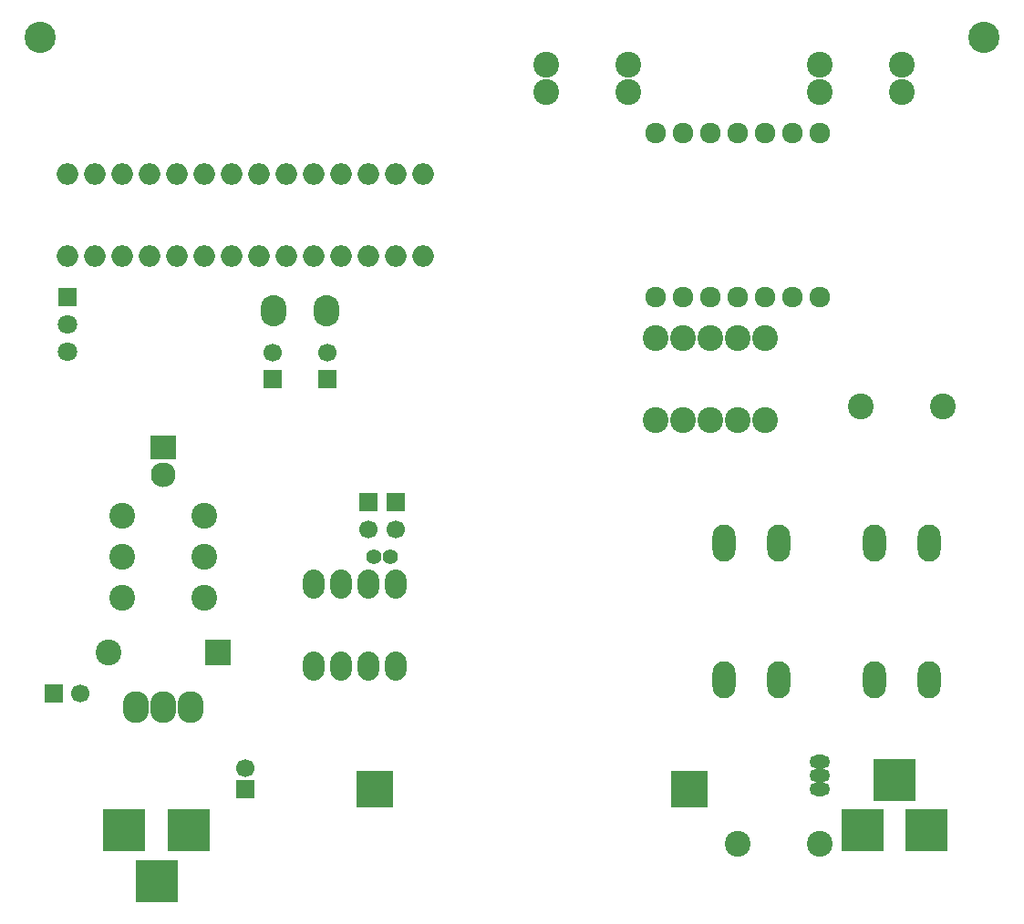
<source format=gbr>
G04 #@! TF.FileFunction,Soldermask,Top*
%FSLAX46Y46*%
G04 Gerber Fmt 4.6, Leading zero omitted, Abs format (unit mm)*
G04 Created by KiCad (PCBNEW 4.0.4-stable) date Thursday, November 10, 2016 'AMt' 08:57:46 AM*
%MOMM*%
%LPD*%
G01*
G04 APERTURE LIST*
%ADD10C,0.100000*%
%ADD11O,2.000000X2.700000*%
%ADD12R,3.400000X3.400000*%
%ADD13R,3.900120X3.900120*%
%ADD14R,1.700000X1.700000*%
%ADD15C,1.700000*%
%ADD16C,2.398980*%
%ADD17R,2.398980X2.398980*%
%ADD18R,2.400000X2.300000*%
%ADD19C,2.300000*%
%ADD20O,2.000000X2.000000*%
%ADD21C,2.400000*%
%ADD22R,1.797000X1.797000*%
%ADD23C,1.797000*%
%ADD24O,2.127200X3.448000*%
%ADD25C,1.924000*%
%ADD26C,1.400760*%
%ADD27O,2.398980X2.899360*%
%ADD28O,2.432000X2.940000*%
%ADD29O,1.901140X1.299160*%
%ADD30C,2.900000*%
G04 APERTURE END LIST*
D10*
D11*
X161290000Y-90170000D03*
X158750000Y-90170000D03*
X156210000Y-90170000D03*
X153670000Y-90170000D03*
X153670000Y-97790000D03*
X156210000Y-97790000D03*
X158750000Y-97790000D03*
X161290000Y-97790000D03*
D12*
X188595000Y-109220000D03*
X159385000Y-109220000D03*
D13*
X204619860Y-113030000D03*
X210619340Y-113030000D03*
X207619600Y-108331000D03*
X142090140Y-113030000D03*
X136090660Y-113030000D03*
X139090400Y-117729000D03*
D14*
X161290000Y-82550000D03*
D15*
X161290000Y-85050000D03*
D16*
X134620000Y-96522540D03*
D17*
X144780000Y-96522540D03*
D18*
X139700000Y-77470000D03*
D19*
X139700000Y-80010000D03*
D20*
X130810000Y-59690000D03*
X133350000Y-59690000D03*
X135890000Y-59690000D03*
X138430000Y-59690000D03*
X140970000Y-59690000D03*
X143510000Y-59690000D03*
X146050000Y-59690000D03*
X148590000Y-59690000D03*
X151130000Y-59690000D03*
X153670000Y-59690000D03*
X156210000Y-59690000D03*
X158750000Y-59690000D03*
X161290000Y-59690000D03*
X163830000Y-59690000D03*
X163830000Y-52070000D03*
X161290000Y-52070000D03*
X158750000Y-52070000D03*
X156210000Y-52070000D03*
X153670000Y-52070000D03*
X151130000Y-52070000D03*
X148590000Y-52070000D03*
X146050000Y-52070000D03*
X143510000Y-52070000D03*
X140970000Y-52070000D03*
X138430000Y-52070000D03*
X135890000Y-52070000D03*
X133350000Y-52070000D03*
X130810000Y-52070000D03*
D16*
X193040000Y-114300000D03*
X200660000Y-114300000D03*
X135890000Y-87630000D03*
X143510000Y-87630000D03*
X135890000Y-91440000D03*
X143510000Y-91440000D03*
X187960000Y-67310000D03*
X187960000Y-74930000D03*
X175260000Y-41910000D03*
X182880000Y-41910000D03*
X190500000Y-67310000D03*
X190500000Y-74930000D03*
X193040000Y-67310000D03*
X193040000Y-74930000D03*
X195580000Y-67310000D03*
X195580000Y-74930000D03*
X208280000Y-41910000D03*
X200660000Y-41910000D03*
X208280000Y-44450000D03*
X200660000Y-44450000D03*
D21*
X212079840Y-73660000D03*
X204480160Y-73660000D03*
D22*
X130810000Y-63500000D03*
D23*
X130810000Y-66040000D03*
X130810000Y-68580000D03*
D24*
X191770000Y-86360000D03*
X196850000Y-86360000D03*
X191770000Y-99060000D03*
X196850000Y-99060000D03*
X205740000Y-86360000D03*
X210820000Y-86360000D03*
X205740000Y-99060000D03*
X210820000Y-99060000D03*
D25*
X193040000Y-48260000D03*
X195580000Y-48260000D03*
X198120000Y-48260000D03*
X200660000Y-48260000D03*
X193040000Y-63500000D03*
X195580000Y-63500000D03*
X198120000Y-63500000D03*
X200660000Y-63500000D03*
X190500000Y-48260000D03*
X187960000Y-48260000D03*
X185420000Y-48260000D03*
X185420000Y-63500000D03*
X187960000Y-63500000D03*
X190500000Y-63500000D03*
D26*
X159270700Y-87630000D03*
X160769300Y-87630000D03*
D27*
X154840940Y-64770000D03*
X149959060Y-64770000D03*
D16*
X185420000Y-67310000D03*
X185420000Y-74930000D03*
X175260000Y-44450000D03*
X182880000Y-44450000D03*
X135890000Y-83820000D03*
X143510000Y-83820000D03*
D28*
X139700000Y-101600000D03*
X137160000Y-101600000D03*
X142240000Y-101600000D03*
D14*
X147320000Y-109220000D03*
D15*
X147320000Y-107220000D03*
D29*
X200660000Y-107950000D03*
X200660000Y-106680000D03*
X200660000Y-109220000D03*
D14*
X149860000Y-71120000D03*
D15*
X149860000Y-68620000D03*
D14*
X154940000Y-71120000D03*
D15*
X154940000Y-68620000D03*
X132040000Y-100330000D03*
D14*
X129540000Y-100330000D03*
X158750000Y-82550000D03*
D15*
X158750000Y-85050000D03*
D30*
X128270000Y-39370000D03*
X215900000Y-39370000D03*
M02*

</source>
